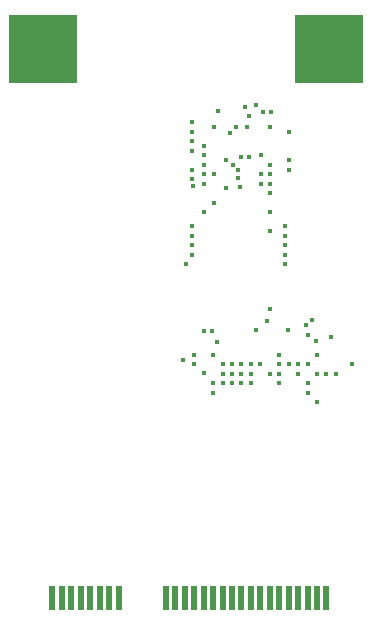
<source format=gbr>
%TF.GenerationSoftware,KiCad,Pcbnew,9.0.4-9.0.4-0~ubuntu24.04.1*%
%TF.CreationDate,2025-08-22T19:02:33+03:00*%
%TF.ProjectId,ThingsCore-1,5468696e-6773-4436-9f72-652d312e6b69,rev?*%
%TF.SameCoordinates,Original*%
%TF.FileFunction,Copper,L6,Bot*%
%TF.FilePolarity,Positive*%
%FSLAX46Y46*%
G04 Gerber Fmt 4.6, Leading zero omitted, Abs format (unit mm)*
G04 Created by KiCad (PCBNEW 9.0.4-9.0.4-0~ubuntu24.04.1) date 2025-08-22 19:02:33*
%MOMM*%
%LPD*%
G01*
G04 APERTURE LIST*
%TA.AperFunction,ComponentPad*%
%ADD10R,5.800000X5.800000*%
%TD*%
%TA.AperFunction,SMDPad,CuDef*%
%ADD11R,0.600000X2.000000*%
%TD*%
%TA.AperFunction,ViaPad*%
%ADD12C,0.450000*%
%TD*%
G04 APERTURE END LIST*
D10*
%TO.P,U1,*%
%TO.N,*%
X15307328Y-15308537D03*
X39486338Y-15314455D03*
D11*
%TO.P,U1,2,2*%
%TO.N,unconnected-(U1-Pad2)*%
X16100000Y-61802500D03*
%TO.P,U1,4,4*%
%TO.N,unconnected-(U1-Pad4)*%
X16900000Y-61802500D03*
%TO.P,U1,6,6*%
%TO.N,unconnected-(U1-Pad6)*%
X17700000Y-61802500D03*
%TO.P,U1,8,8*%
%TO.N,unconnected-(U1-Pad8)*%
X18500000Y-61802500D03*
%TO.P,U1,10,10*%
%TO.N,unconnected-(U1-Pad10)*%
X19300000Y-61802500D03*
%TO.P,U1,12,12*%
%TO.N,unconnected-(U1-Pad12)*%
X20100000Y-61802500D03*
%TO.P,U1,14,14*%
%TO.N,unconnected-(U1-Pad14)*%
X20900000Y-61802500D03*
%TO.P,U1,16,16*%
%TO.N,unconnected-(U1-Pad16)*%
X21700000Y-61802500D03*
%TO.P,U1,18,18*%
%TO.N,unconnected-(U1-Pad18)*%
X25700000Y-61802500D03*
%TO.P,U1,20,20*%
%TO.N,unconnected-(U1-Pad20)*%
X26500000Y-61802500D03*
%TO.P,U1,22,22*%
%TO.N,unconnected-(U1-Pad22)*%
X27300000Y-61802500D03*
%TO.P,U1,24,24*%
%TO.N,unconnected-(U1-Pad24)*%
X28100000Y-61802500D03*
%TO.P,U1,26,26*%
%TO.N,unconnected-(U1-Pad26)*%
X28900000Y-61802500D03*
%TO.P,U1,28,28*%
%TO.N,unconnected-(U1-Pad28)*%
X29700000Y-61802500D03*
%TO.P,U1,30,30*%
%TO.N,unconnected-(U1-Pad30)*%
X30500000Y-61802500D03*
%TO.P,U1,32,32*%
%TO.N,unconnected-(U1-Pad32)*%
X31300000Y-61802500D03*
%TO.P,U1,34,34*%
%TO.N,unconnected-(U1-Pad34)*%
X32100000Y-61802500D03*
%TO.P,U1,36,36*%
%TO.N,unconnected-(U1-Pad36)*%
X32900000Y-61802500D03*
%TO.P,U1,38,38*%
%TO.N,unconnected-(U1-Pad38)*%
X33700000Y-61802500D03*
%TO.P,U1,40,40*%
%TO.N,unconnected-(U1-Pad40)*%
X34500000Y-61802500D03*
%TO.P,U1,42,42*%
%TO.N,unconnected-(U1-Pad42)*%
X35300000Y-61802500D03*
%TO.P,U1,44,44*%
%TO.N,unconnected-(U1-Pad44)*%
X36100000Y-61802500D03*
%TO.P,U1,46,46*%
%TO.N,unconnected-(U1-Pad46)*%
X36900000Y-61802500D03*
%TO.P,U1,48,48*%
%TO.N,unconnected-(U1-Pad48)*%
X37700000Y-61802500D03*
%TO.P,U1,50,50*%
%TO.N,unconnected-(U1-Pad50)*%
X38500000Y-61802500D03*
%TO.P,U1,52,52*%
%TO.N,unconnected-(U1-Pad52)*%
X39300000Y-61802500D03*
%TD*%
D12*
%TO.N,/DDR3/DDR_VREF*%
X28000000Y-26900000D03*
%TO.N,1V35_DDR*%
X28950000Y-26700000D03*
%TO.N,GND*%
X29750000Y-28300000D03*
X38500000Y-45200000D03*
X32900000Y-42800000D03*
X31300000Y-42000000D03*
X34600000Y-20600000D03*
X36900000Y-42000000D03*
X27950000Y-26300000D03*
X35800000Y-30300000D03*
X27950000Y-23900000D03*
X35800000Y-31900000D03*
X27950000Y-22300000D03*
X36150000Y-25500000D03*
X29750000Y-21900000D03*
X27400000Y-33500000D03*
X34550000Y-27500000D03*
X34550000Y-25100000D03*
X27950000Y-31900000D03*
X29700000Y-44400000D03*
X27150000Y-41600000D03*
X33750000Y-24300000D03*
X27950000Y-30300000D03*
X34550000Y-25900000D03*
X35800000Y-33500000D03*
X31300000Y-43600000D03*
X37700000Y-44400000D03*
X40100000Y-42800000D03*
X28950000Y-25100000D03*
%TO.N,1V35_DDR*%
X27950000Y-21500000D03*
X35800000Y-32700000D03*
X35800000Y-31100000D03*
X28950000Y-29100000D03*
X33900000Y-20600000D03*
X27950000Y-25500000D03*
X36150000Y-24700000D03*
X27950000Y-31100000D03*
X33750000Y-25900000D03*
X27950000Y-32700000D03*
X27950000Y-23100000D03*
X34550000Y-29100000D03*
X34550000Y-26700000D03*
X28950000Y-24300000D03*
%TO.N,/DDR3/DDR_VREF*%
X34550000Y-30700000D03*
%TO.N,/DDR3/DDR_CKE*%
X37750002Y-39500000D03*
X35300000Y-42800000D03*
%TO.N,/DDR3/DDR_D1*%
X31350000Y-25150000D03*
X28950000Y-42750000D03*
%TO.N,/DDR3/DDR_D13*%
X32370000Y-20220000D03*
X38500000Y-41200000D03*
%TO.N,/DDR3/DDR_D6*%
X29750000Y-25900000D03*
X30500000Y-42800000D03*
%TO.N,/DDR3/DDR_D3*%
X30000000Y-40100000D03*
X32050000Y-24450000D03*
%TO.N,/DDR3/DDR_DQS0N*%
X31850000Y-25573400D03*
X28923400Y-39150000D03*
%TO.N,/DDR3/DDR_DQS1N*%
X38048619Y-38201381D03*
X31114906Y-22388846D03*
%TO.N,/DDR3/DDR_D4*%
X28100000Y-42000000D03*
X30800000Y-27100000D03*
%TO.N,/DDR3/DDR_A4*%
X36000000Y-39050000D03*
X36900000Y-42800000D03*
%TO.N,/DDR3/DDR_A11*%
X34500000Y-37300000D03*
X35300000Y-43600000D03*
%TO.N,/DDR3/DDR_A1*%
X35300000Y-42000000D03*
X34250000Y-38300000D03*
%TO.N,/DDR3/DDR_DQS1P*%
X31612144Y-21891608D03*
X37551381Y-38698619D03*
%TO.N,/DDR3/DDR_D0*%
X30750000Y-24700000D03*
X28100000Y-41200000D03*
%TO.N,/DDR3/DDR_DQS0P*%
X29576600Y-39150000D03*
X31850000Y-26226600D03*
%TO.N,/DDR3/DDR_A13*%
X31300000Y-42800000D03*
%TO.N,/DDR3/DDR_ODT*%
X32900000Y-42000000D03*
%TO.N,/DDR3/DDR_DQM1*%
X28950000Y-23500000D03*
X37700000Y-43600000D03*
%TO.N,/DDR3/DDR_A7*%
X32100000Y-42800000D03*
%TO.N,/DDR3/DDR_D10*%
X38500000Y-42800000D03*
X32550000Y-21900000D03*
%TO.N,/DDR3/DDR_D12*%
X33350000Y-20010000D03*
X39300000Y-42800000D03*
%TO.N,/DDR3/DDR_BA2*%
X32100000Y-43600000D03*
%TO.N,/DDR3/DDR_D15*%
X30150000Y-20550000D03*
X41450000Y-42000000D03*
%TO.N,/DDR3/DDR_A10*%
X33350000Y-39050000D03*
X34500000Y-42800000D03*
%TO.N,/DDR3/DDR_D2*%
X28950000Y-25900000D03*
X30500000Y-43600000D03*
%TO.N,/DDR3/DDR_WEN*%
X32900000Y-43600000D03*
%TO.N,/DDR3/DDR_D8*%
X37700000Y-42000000D03*
X36100000Y-22300000D03*
%TO.N,/DDR3/DDR_A3*%
X32100000Y-42000000D03*
%TO.N,/DDR3/DDR_D5*%
X29700000Y-41200000D03*
X31950000Y-27000000D03*
%TO.N,/DDR3/DDR_D14*%
X34550000Y-21900000D03*
X39700000Y-39700000D03*
%TO.N,/DDR3/DDR_A8*%
X35300000Y-41200000D03*
X36100000Y-42000000D03*
%TO.N,/DDR3/DDR_D7*%
X33750000Y-26700000D03*
X30500000Y-42000000D03*
%TO.N,/DDR3/DDR_D9*%
X32750000Y-20950000D03*
X38400000Y-40000000D03*
%TO.N,/DDR3/DDR_DQM0*%
X29700000Y-43600000D03*
X32700000Y-24450000D03*
%TO.N,/DDR3/DDR_CASN*%
X33700000Y-42000000D03*
%TD*%
M02*

</source>
